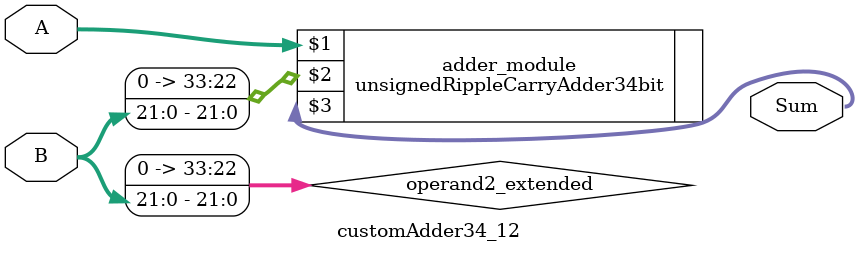
<source format=v>
module customAdder34_12(
                        input [33 : 0] A,
                        input [21 : 0] B,
                        
                        output [34 : 0] Sum
                );

        wire [33 : 0] operand2_extended;
        
        assign operand2_extended =  {12'b0, B};
        
        unsignedRippleCarryAdder34bit adder_module(
            A,
            operand2_extended,
            Sum
        );
        
        endmodule
        
</source>
